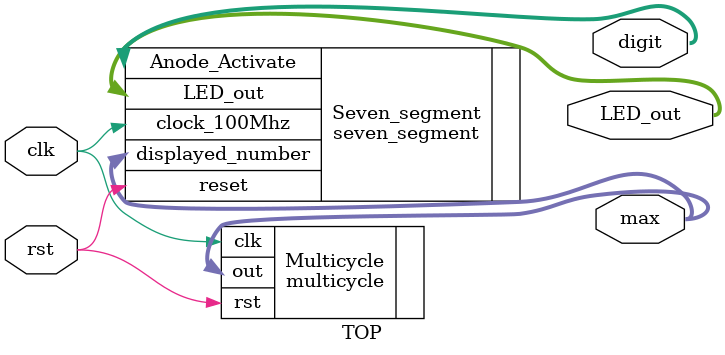
<source format=v>
`timescale 1ns / 1ps


module TOP(
    input clk,rst,
    output [6:0]LED_out,
    output [3:0]digit,
    output [15:0]max
    );
    
    //wire  [15:0]Sum;
    multicycle Multicycle(
        .clk(clk), 
        .rst(rst), 
        .out(max)
    );

     seven_segment Seven_segment(
        .clock_100Mhz(clk),
        .reset(rst),
        .displayed_number(max),
        .Anode_Activate(digit),
        .LED_out(LED_out) 
     );
    
endmodule

</source>
